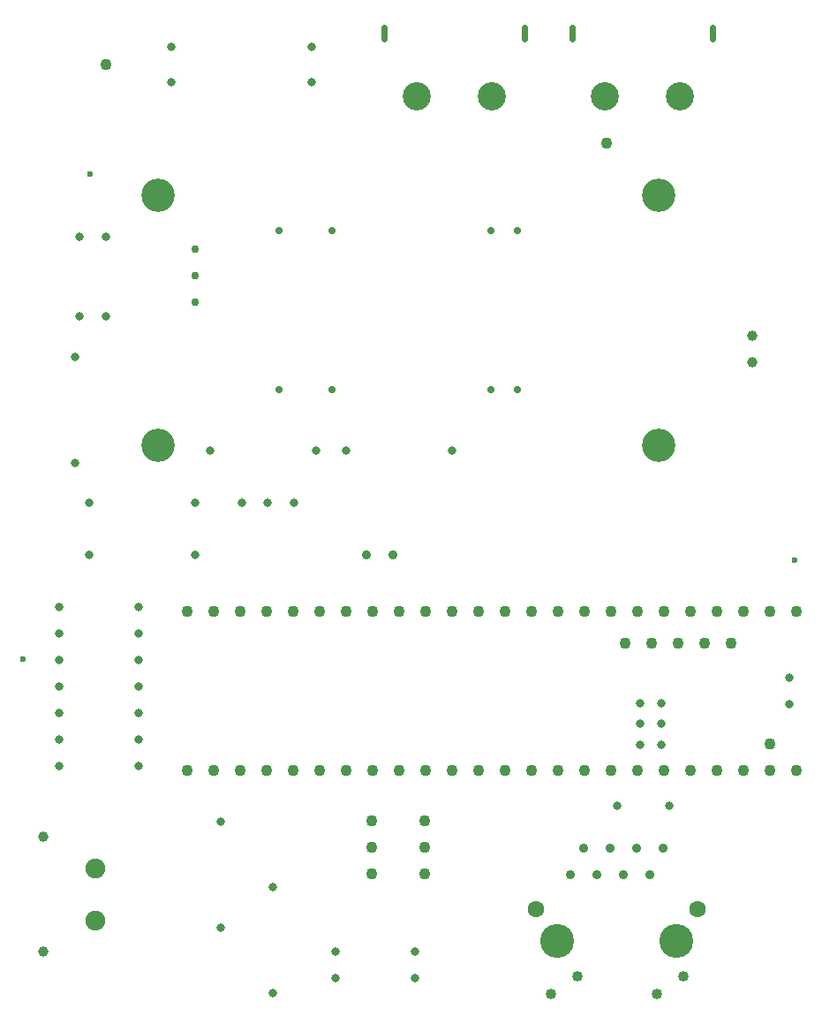
<source format=gbr>
%TF.GenerationSoftware,KiCad,Pcbnew,8.0.6-8.0.6-0~ubuntu22.04.1*%
%TF.CreationDate,2024-12-02T16:14:19+00:00*%
%TF.ProjectId,miniv_motor_controller_board,6d696e69-765f-46d6-9f74-6f725f636f6e,rev?*%
%TF.SameCoordinates,Original*%
%TF.FileFunction,Plated,1,2,PTH,Mixed*%
%TF.FilePolarity,Positive*%
%FSLAX46Y46*%
G04 Gerber Fmt 4.6, Leading zero omitted, Abs format (unit mm)*
G04 Created by KiCad (PCBNEW 8.0.6-8.0.6-0~ubuntu22.04.1) date 2024-12-02 16:14:19*
%MOMM*%
%LPD*%
G01*
G04 APERTURE LIST*
%TA.AperFunction,ComponentDrill*%
%ADD10C,0.600000*%
%TD*%
G04 aperture for slot hole*
%TA.AperFunction,ComponentDrill*%
%ADD11C,0.600000*%
%TD*%
%TA.AperFunction,ComponentDrill*%
%ADD12C,0.700000*%
%TD*%
%TA.AperFunction,ComponentDrill*%
%ADD13C,0.762000*%
%TD*%
%TA.AperFunction,ComponentDrill*%
%ADD14C,0.800000*%
%TD*%
%TA.AperFunction,ComponentDrill*%
%ADD15C,0.900000*%
%TD*%
%TA.AperFunction,ComponentDrill*%
%ADD16C,1.000000*%
%TD*%
%TA.AperFunction,ComponentDrill*%
%ADD17C,1.020000*%
%TD*%
%TA.AperFunction,ComponentDrill*%
%ADD18C,1.090000*%
%TD*%
%TA.AperFunction,ComponentDrill*%
%ADD19C,1.100000*%
%TD*%
%TA.AperFunction,ComponentDrill*%
%ADD20C,1.600000*%
%TD*%
%TA.AperFunction,ComponentDrill*%
%ADD21C,1.900000*%
%TD*%
%TA.AperFunction,ComponentDrill*%
%ADD22C,2.700000*%
%TD*%
%TA.AperFunction,ComponentDrill*%
%ADD23C,3.200000*%
%TD*%
%TA.AperFunction,ComponentDrill*%
%ADD24C,3.250000*%
%TD*%
G04 APERTURE END LIST*
D10*
%TO.C,JP4*%
X44000000Y-112000000D03*
%TO.C,JP6*%
X50500000Y-65500000D03*
D11*
%TO.C,J2*%
X78650000Y-52550000D02*
X78650000Y-51450000D01*
X92150000Y-52550000D02*
X92150000Y-51450000D01*
%TO.C,J1*%
X96650000Y-52550000D02*
X96650000Y-51450000D01*
X110150000Y-52550000D02*
X110150000Y-51450000D01*
D10*
%TO.C,JP5*%
X118000000Y-102500000D03*
D12*
%TO.C,U7*%
X68600000Y-70890000D03*
X68600000Y-86110000D03*
X73680000Y-70890000D03*
X73680000Y-86110000D03*
X88920000Y-70890000D03*
X88920000Y-86110000D03*
X91460000Y-70890000D03*
X91460000Y-86110000D03*
D13*
%TO.C,M78AR05-1*%
X60500000Y-72710000D03*
X60500000Y-75250000D03*
X60516000Y-77790000D03*
D14*
%TO.C,U6*%
X47500000Y-107000000D03*
X47500000Y-109540000D03*
X47500000Y-112080000D03*
X47500000Y-114620000D03*
X47500000Y-117160000D03*
X47500000Y-119700000D03*
X47500000Y-122240000D03*
%TO.C,R2*%
X49000000Y-83000000D03*
X49000000Y-93160000D03*
%TO.C,U3*%
X49460000Y-71500000D03*
X49460000Y-79120000D03*
%TO.C,R1*%
X50340000Y-97000000D03*
%TO.C,R4*%
X50340000Y-102000000D03*
%TO.C,U3*%
X52000000Y-71500000D03*
X52000000Y-79120000D03*
%TO.C,U6*%
X55120000Y-107000000D03*
X55120000Y-109540000D03*
X55120000Y-112080000D03*
X55120000Y-114620000D03*
X55120000Y-117160000D03*
X55120000Y-119700000D03*
X55120000Y-122240000D03*
%TO.C,F1*%
X58265000Y-53300000D03*
X58265000Y-56700000D03*
%TO.C,R1*%
X60500000Y-97000000D03*
%TO.C,R4*%
X60500000Y-102000000D03*
%TO.C,R7*%
X62000000Y-92000000D03*
%TO.C,R6*%
X63000000Y-127500000D03*
X63000000Y-137660000D03*
%TO.C,SW2*%
X65000000Y-97000000D03*
X67500000Y-97000000D03*
%TO.C,R5*%
X68000000Y-133840000D03*
X68000000Y-144000000D03*
%TO.C,SW2*%
X70000000Y-97000000D03*
%TO.C,F1*%
X71735000Y-53300000D03*
X71735000Y-56700000D03*
%TO.C,R7*%
X72160000Y-92000000D03*
%TO.C,U2*%
X74000000Y-140000000D03*
X74000000Y-142540000D03*
%TO.C,R8*%
X75000000Y-92000000D03*
%TO.C,U2*%
X81620000Y-140000000D03*
X81620000Y-142540000D03*
%TO.C,R8*%
X85160000Y-92000000D03*
%TO.C,C1*%
X101000000Y-126000000D03*
%TO.C,U1*%
X103240000Y-116181600D03*
X103240000Y-118181600D03*
X103240000Y-120181600D03*
X105240000Y-116181600D03*
X105240000Y-118181600D03*
X105240000Y-120181600D03*
%TO.C,C1*%
X106000000Y-126000000D03*
%TO.C,U1*%
X117480000Y-113730000D03*
X117480000Y-116270000D03*
D15*
%TO.C,D2*%
X76960000Y-102000000D03*
X79500000Y-102000000D03*
%TO.C,U5*%
X96555000Y-132650000D03*
X97825000Y-130110000D03*
X99095000Y-132650000D03*
X100365000Y-130110000D03*
X101635000Y-132650000D03*
X102905000Y-130110000D03*
X104175000Y-132650000D03*
X105445000Y-130110000D03*
D16*
%TO.C,J3*%
X46000000Y-129000000D03*
X46000000Y-140000000D03*
%TO.C,J4*%
X114000000Y-81000000D03*
X114000000Y-83500000D03*
D17*
%TO.C,U5*%
X94675000Y-144080000D03*
X97215000Y-142380000D03*
X104785000Y-144080000D03*
X107325000Y-142380000D03*
D18*
%TO.C,SW1*%
X77460000Y-127460000D03*
X77460000Y-130000000D03*
X77460000Y-132540000D03*
X82540000Y-127460000D03*
X82540000Y-130000000D03*
X82540000Y-132540000D03*
D19*
%TO.C,JP2*%
X52000000Y-55000000D03*
%TO.C,U1*%
X59790000Y-107380000D03*
X59790000Y-122620000D03*
X62330000Y-107380000D03*
X62330000Y-122620000D03*
X64870000Y-107380000D03*
X64870000Y-122620000D03*
X67410000Y-107380000D03*
X67410000Y-122620000D03*
X69950000Y-107380000D03*
X69950000Y-122620000D03*
X72490000Y-107380000D03*
X72490000Y-122620000D03*
X75030000Y-107380000D03*
X75030000Y-122620000D03*
X77570000Y-107380000D03*
X77570000Y-122620000D03*
X80110000Y-107380000D03*
X80110000Y-122620000D03*
X82650000Y-107380000D03*
X82650000Y-122620000D03*
X85190000Y-107380000D03*
X85190000Y-122620000D03*
X87730000Y-107380000D03*
X87730000Y-122620000D03*
X90270000Y-107380000D03*
X90270000Y-122620000D03*
X92810000Y-107380000D03*
X92810000Y-122620000D03*
X95350000Y-107380000D03*
X95350000Y-122620000D03*
X97890000Y-107380000D03*
X97890000Y-122620000D03*
%TO.C,JP7*%
X100000000Y-62500000D03*
%TO.C,U1*%
X100430000Y-107380000D03*
X100430000Y-122620000D03*
X101750800Y-110430800D03*
X102970000Y-107380000D03*
X102970000Y-122620000D03*
X104290800Y-110430800D03*
X105510000Y-107380000D03*
X105510000Y-122620000D03*
X106830800Y-110430800D03*
X108050000Y-107380000D03*
X108050000Y-122620000D03*
X109370800Y-110430800D03*
X110590000Y-107380000D03*
X110590000Y-122620000D03*
X111910800Y-110430800D03*
X113130000Y-107380000D03*
X113130000Y-122620000D03*
X115670000Y-107380000D03*
X115670000Y-120080000D03*
X115670000Y-122620000D03*
X118210000Y-107380000D03*
X118210000Y-122620000D03*
D20*
%TO.C,U5*%
X93250000Y-135950000D03*
X108750000Y-135950000D03*
D21*
%TO.C,J3*%
X51000000Y-132000000D03*
X51000000Y-137000000D03*
D22*
%TO.C,J2*%
X81800000Y-58000000D03*
X89000000Y-58000000D03*
%TO.C,J1*%
X99800000Y-58000000D03*
X107000000Y-58000000D03*
D23*
%TO.C,U4*%
X57000000Y-67500000D03*
X57000000Y-91500000D03*
X105000000Y-67500000D03*
X105000000Y-91500000D03*
D24*
%TO.C,U5*%
X95285000Y-139000000D03*
X106715000Y-139000000D03*
M02*

</source>
